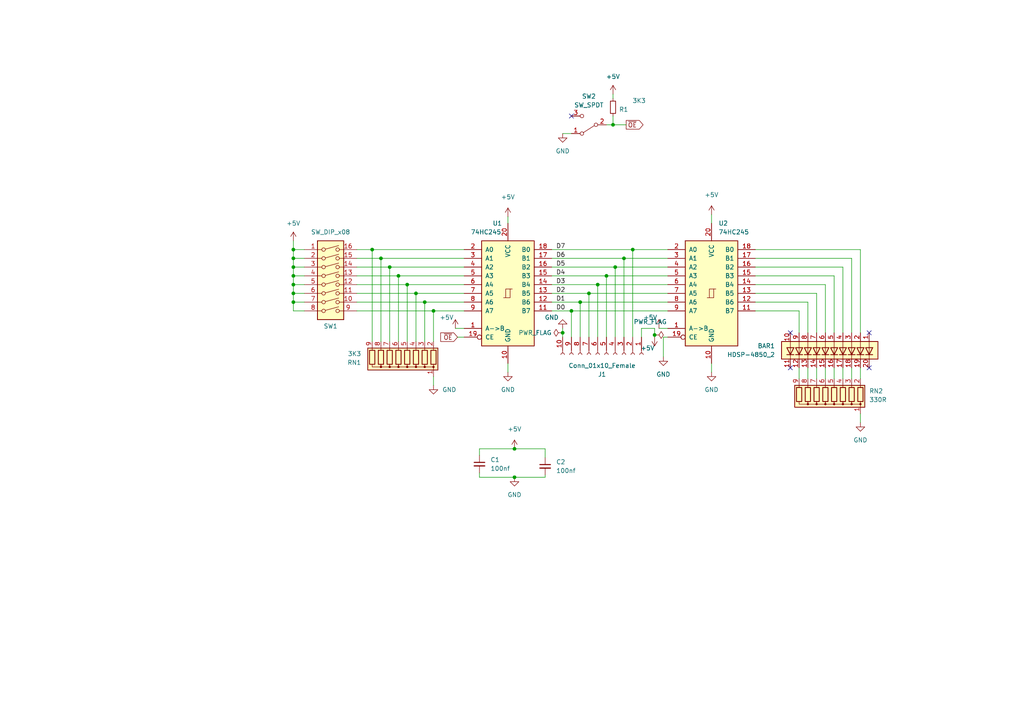
<source format=kicad_sch>
(kicad_sch (version 20211123) (generator eeschema)
  (paper "A4")
  (lib_symbols
    (symbol "74xx:74HC245" (pin_names (offset 1.016))
      (property "Reference" "U" (at -7.62 16.51 0))
      (property "Value" "74HC245" (at -7.62 -16.51 0))
      (symbol "74HC245_1_0"
        (polyline (pts (xy -0.635 -1.27) (xy -0.635 1.27) (xy 0.635 1.27)))
        (polyline (pts (xy -1.27 -1.27) (xy 0.635 -1.27) (xy 0.635 1.27) (xy 1.27 1.27)))
        (pin input line (at -12.7 -10.16 0) (length 5.08) (name "A->B") (number "1"))
        (pin power_in line (at 0 -20.32 90) (length 5.08) (name "GND") (number "10"))
        (pin tri_state line (at 12.7 -5.08 180) (length 5.08) (name "B7") (number "11"))
        (pin tri_state line (at 12.7 -2.54 180) (length 5.08) (name "B6") (number "12"))
        (pin tri_state line (at 12.7 0 180) (length 5.08) (name "B5") (number "13"))
        (pin tri_state line (at 12.7 2.54 180) (length 5.08) (name "B4") (number "14"))
        (pin tri_state line (at 12.7 5.08 180) (length 5.08) (name "B3") (number "15"))
        (pin tri_state line (at 12.7 7.62 180) (length 5.08) (name "B2") (number "16"))
        (pin tri_state line (at 12.7 10.16 180) (length 5.08) (name "B1") (number "17"))
        (pin tri_state line (at 12.7 12.7 180) (length 5.08) (name "B0") (number "18"))
        (pin input inverted (at -12.7 -12.7 0) (length 5.08) (name "CE") (number "19"))
        (pin tri_state line (at -12.7 12.7 0) (length 5.08) (name "A0") (number "2"))
        (pin power_in line (at 0 20.32 270) (length 5.08) (name "VCC") (number "20"))
        (pin tri_state line (at -12.7 10.16 0) (length 5.08) (name "A1") (number "3"))
        (pin tri_state line (at -12.7 7.62 0) (length 5.08) (name "A2") (number "4"))
        (pin tri_state line (at -12.7 5.08 0) (length 5.08) (name "A3") (number "5"))
        (pin tri_state line (at -12.7 2.54 0) (length 5.08) (name "A4") (number "6"))
        (pin tri_state line (at -12.7 0 0) (length 5.08) (name "A5") (number "7"))
        (pin tri_state line (at -12.7 -2.54 0) (length 5.08) (name "A6") (number "8"))
        (pin tri_state line (at -12.7 -5.08 0) (length 5.08) (name "A7") (number "9"))
      )
      (symbol "74HC245_1_1"
        (rectangle (start -7.62 15.24) (end 7.62 -15.24) (stroke (width 0.254)) (fill (type background)))
      )
    )
    (symbol "Connector:Conn_01x10_Female" (pin_names (offset 1.016) hide)
      (property "Reference" "J" (at 0 12.7 0))
      (property "Value" "Conn_01x10_Female" (at 0 -15.24 0))
      (symbol "Conn_01x10_Female_1_1"
        (arc (start 0 -12.192) (mid -0.508 -12.7) (end 0 -13.208) (stroke (width 0.1524)))
        (arc (start 0 -9.652) (mid -0.508 -10.16) (end 0 -10.668) (stroke (width 0.1524)))
        (arc (start 0 -7.112) (mid -0.508 -7.62) (end 0 -8.128) (stroke (width 0.1524)))
        (arc (start 0 -4.572) (mid -0.508 -5.08) (end 0 -5.588) (stroke (width 0.1524)))
        (arc (start 0 -2.032) (mid -0.508 -2.54) (end 0 -3.048) (stroke (width 0.1524)))
        (polyline (pts (xy -1.27 -12.7) (xy -0.508 -12.7)) (stroke (width 0.1524)))
        (polyline (pts (xy -1.27 -10.16) (xy -0.508 -10.16)) (stroke (width 0.1524)))
        (polyline (pts (xy -1.27 -7.62) (xy -0.508 -7.62)) (stroke (width 0.1524)))
        (polyline (pts (xy -1.27 -5.08) (xy -0.508 -5.08)) (stroke (width 0.1524)))
        (polyline (pts (xy -1.27 -2.54) (xy -0.508 -2.54)) (stroke (width 0.1524)))
        (polyline (pts (xy -1.27 0) (xy -0.508 0)) (stroke (width 0.1524)))
        (polyline (pts (xy -1.27 2.54) (xy -0.508 2.54)) (stroke (width 0.1524)))
        (polyline (pts (xy -1.27 5.08) (xy -0.508 5.08)) (stroke (width 0.1524)))
        (polyline (pts (xy -1.27 7.62) (xy -0.508 7.62)) (stroke (width 0.1524)))
        (polyline (pts (xy -1.27 10.16) (xy -0.508 10.16)) (stroke (width 0.1524)))
        (arc (start 0 0.508) (mid -0.508 0) (end 0 -0.508) (stroke (width 0.1524)))
        (arc (start 0 3.048) (mid -0.508 2.54) (end 0 2.032) (stroke (width 0.1524)))
        (arc (start 0 5.588) (mid -0.508 5.08) (end 0 4.572) (stroke (width 0.1524)))
        (arc (start 0 8.128) (mid -0.508 7.62) (end 0 7.112) (stroke (width 0.1524)))
        (arc (start 0 10.668) (mid -0.508 10.16) (end 0 9.652) (stroke (width 0.1524)))
        (pin passive line (at -5.08 10.16 0) (length 3.81) (name "Pin_1") (number "1"))
        (pin passive line (at -5.08 -12.7 0) (length 3.81) (name "Pin_10") (number "10"))
        (pin passive line (at -5.08 7.62 0) (length 3.81) (name "Pin_2") (number "2"))
        (pin passive line (at -5.08 5.08 0) (length 3.81) (name "Pin_3") (number "3"))
        (pin passive line (at -5.08 2.54 0) (length 3.81) (name "Pin_4") (number "4"))
        (pin passive line (at -5.08 0 0) (length 3.81) (name "Pin_5") (number "5"))
        (pin passive line (at -5.08 -2.54 0) (length 3.81) (name "Pin_6") (number "6"))
        (pin passive line (at -5.08 -5.08 0) (length 3.81) (name "Pin_7") (number "7"))
        (pin passive line (at -5.08 -7.62 0) (length 3.81) (name "Pin_8") (number "8"))
        (pin passive line (at -5.08 -10.16 0) (length 3.81) (name "Pin_9") (number "9"))
      )
    )
    (symbol "Device:C_Small" (pin_numbers hide) (pin_names (offset 0.254) hide)
      (property "Reference" "C" (at 0.254 1.778 0))
      (property "Value" "C_Small" (at 0.254 -2.032 0))
      (symbol "C_Small_0_1"
        (polyline (pts (xy -1.524 -0.508) (xy 1.524 -0.508)) (stroke (width 0.3302)))
        (polyline (pts (xy -1.524 0.508) (xy 1.524 0.508)) (stroke (width 0.3048)))
      )
      (symbol "C_Small_1_1"
        (pin passive line (at 0 2.54 270) (length 2.032) (name "~") (number "1"))
        (pin passive line (at 0 -2.54 90) (length 2.032) (name "~") (number "2"))
      )
    )
    (symbol "Device:R_Network08" (pin_names (offset 0) hide)
      (property "Reference" "RN" (at -12.7 0 90))
      (property "Value" "R_Network08" (at 10.16 0 90))
      (symbol "R_Network08_0_1"
        (rectangle (start -11.43 -3.175) (end 8.89 3.175) (stroke (width 0.254)) (fill (type background)))
        (rectangle (start -10.922 1.524) (end -9.398 -2.54) (stroke (width 0.254)))
        (circle (center -10.16 2.286) (radius 0.254) (fill (type outline)))
        (rectangle (start -8.382 1.524) (end -6.858 -2.54) (stroke (width 0.254)))
        (circle (center -7.62 2.286) (radius 0.254) (fill (type outline)))
        (rectangle (start -5.842 1.524) (end -4.318 -2.54) (stroke (width 0.254)))
        (circle (center -5.08 2.286) (radius 0.254) (fill (type outline)))
        (rectangle (start -3.302 1.524) (end -1.778 -2.54) (stroke (width 0.254)))
        (circle (center -2.54 2.286) (radius 0.254) (fill (type outline)))
        (rectangle (start -0.762 1.524) (end 0.762 -2.54) (stroke (width 0.254)))
        (polyline (pts (xy -10.16 -2.54) (xy -10.16 -3.81)))
        (polyline (pts (xy -7.62 -2.54) (xy -7.62 -3.81)))
        (polyline (pts (xy -5.08 -2.54) (xy -5.08 -3.81)))
        (polyline (pts (xy -2.54 -2.54) (xy -2.54 -3.81)))
        (polyline (pts (xy 0 -2.54) (xy 0 -3.81)))
        (polyline (pts (xy 2.54 -2.54) (xy 2.54 -3.81)))
        (polyline (pts (xy 5.08 -2.54) (xy 5.08 -3.81)))
        (polyline (pts (xy 7.62 -2.54) (xy 7.62 -3.81)))
        (polyline (pts (xy -10.16 1.524) (xy -10.16 2.286) (xy -7.62 2.286) (xy -7.62 1.524)))
        (polyline (pts (xy -7.62 1.524) (xy -7.62 2.286) (xy -5.08 2.286) (xy -5.08 1.524)))
        (polyline (pts (xy -5.08 1.524) (xy -5.08 2.286) (xy -2.54 2.286) (xy -2.54 1.524)))
        (polyline (pts (xy -2.54 1.524) (xy -2.54 2.286) (xy 0 2.286) (xy 0 1.524)))
        (polyline (pts (xy 0 1.524) (xy 0 2.286) (xy 2.54 2.286) (xy 2.54 1.524)))
        (polyline (pts (xy 2.54 1.524) (xy 2.54 2.286) (xy 5.08 2.286) (xy 5.08 1.524)))
        (polyline (pts (xy 5.08 1.524) (xy 5.08 2.286) (xy 7.62 2.286) (xy 7.62 1.524)))
        (circle (center 0 2.286) (radius 0.254) (fill (type outline)))
        (rectangle (start 1.778 1.524) (end 3.302 -2.54) (stroke (width 0.254)))
        (circle (center 2.54 2.286) (radius 0.254) (fill (type outline)))
        (rectangle (start 4.318 1.524) (end 5.842 -2.54) (stroke (width 0.254)))
        (circle (center 5.08 2.286) (radius 0.254) (fill (type outline)))
        (rectangle (start 6.858 1.524) (end 8.382 -2.54) (stroke (width 0.254)))
      )
      (symbol "R_Network08_1_1"
        (pin passive line (at -10.16 5.08 270) (length 2.54) (name "common") (number "1"))
        (pin passive line (at -10.16 -5.08 90) (length 1.27) (name "R1") (number "2"))
        (pin passive line (at -7.62 -5.08 90) (length 1.27) (name "R2") (number "3"))
        (pin passive line (at -5.08 -5.08 90) (length 1.27) (name "R3") (number "4"))
        (pin passive line (at -2.54 -5.08 90) (length 1.27) (name "R4") (number "5"))
        (pin passive line (at 0 -5.08 90) (length 1.27) (name "R5") (number "6"))
        (pin passive line (at 2.54 -5.08 90) (length 1.27) (name "R6") (number "7"))
        (pin passive line (at 5.08 -5.08 90) (length 1.27) (name "R7") (number "8"))
        (pin passive line (at 7.62 -5.08 90) (length 1.27) (name "R8") (number "9"))
      )
    )
    (symbol "Device:R_Small" (pin_numbers hide) (pin_names (offset 0.254) hide)
      (property "Reference" "R" (at 0.762 0.508 0))
      (property "Value" "R_Small" (at 0.762 -1.016 0))
      (symbol "R_Small_0_1"
        (rectangle (start -0.762 1.778) (end 0.762 -1.778) (stroke (width 0.2032)))
      )
      (symbol "R_Small_1_1"
        (pin passive line (at 0 2.54 270) (length 0.762) (name "~") (number "1"))
        (pin passive line (at 0 -2.54 90) (length 0.762) (name "~") (number "2"))
      )
    )
    (symbol "LED:HDSP-4850_2" (pin_names (offset 1.016) hide)
      (property "Reference" "BAR" (at 0 15.24 0))
      (property "Value" "HDSP-4850_2" (at 0 -17.78 0))
      (symbol "HDSP-4850_2_0_1"
        (rectangle (start -2.54 12.7) (end 2.54 -15.24) (stroke (width 0.254)) (fill (type background)))
        (polyline (pts (xy -2.54 -12.7) (xy 2.54 -12.7)))
        (polyline (pts (xy -2.54 -10.16) (xy 2.54 -10.16)))
        (polyline (pts (xy -2.54 -7.62) (xy 2.54 -7.62)))
        (polyline (pts (xy -2.54 -5.08) (xy 2.54 -5.08)))
        (polyline (pts (xy -2.54 0) (xy 2.54 0)))
        (polyline (pts (xy -2.54 5.08) (xy 2.54 5.08)))
        (polyline (pts (xy -2.54 7.62) (xy 2.54 7.62)))
        (polyline (pts (xy -2.54 10.16) (xy 2.54 10.16)))
        (polyline (pts (xy 1.27 -11.684) (xy 1.27 -13.716)) (stroke (width 0.254)))
        (polyline (pts (xy 1.27 -9.144) (xy 1.27 -11.176)) (stroke (width 0.254)))
        (polyline (pts (xy 1.27 -6.604) (xy 1.27 -8.636)) (stroke (width 0.254)))
        (polyline (pts (xy 1.27 -4.064) (xy 1.27 -6.096)) (stroke (width 0.254)))
        (polyline (pts (xy 1.27 -1.524) (xy 1.27 -3.556)) (stroke (width 0.254)))
        (polyline (pts (xy 1.27 1.016) (xy 1.27 -1.016)) (stroke (width 0.254)))
        (polyline (pts (xy 1.27 3.556) (xy 1.27 1.524)) (stroke (width 0.254)))
        (polyline (pts (xy 1.27 6.096) (xy 1.27 4.064)) (stroke (width 0.254)))
        (polyline (pts (xy 1.27 8.636) (xy 1.27 6.604)) (stroke (width 0.254)))
        (polyline (pts (xy 1.27 11.176) (xy 1.27 9.144)) (stroke (width 0.254)))
        (polyline (pts (xy 2.54 -2.54) (xy -2.54 -2.54)))
        (polyline (pts (xy 2.54 2.54) (xy -2.54 2.54)))
        (polyline (pts (xy -0.762 -11.684) (xy -0.762 -13.716) (xy 1.27 -12.7) (xy -0.762 -11.684)) (stroke (width 0.254)))
        (polyline (pts (xy -0.762 -9.144) (xy -0.762 -11.176) (xy 1.27 -10.16) (xy -0.762 -9.144)) (stroke (width 0.254)))
        (polyline (pts (xy -0.762 -6.604) (xy -0.762 -8.636) (xy 1.27 -7.62) (xy -0.762 -6.604)) (stroke (width 0.254)))
        (polyline (pts (xy -0.762 -4.064) (xy -0.762 -6.096) (xy 1.27 -5.08) (xy -0.762 -4.064)) (stroke (width 0.254)))
        (polyline (pts (xy -0.762 -1.524) (xy -0.762 -3.556) (xy 1.27 -2.54) (xy -0.762 -1.524)) (stroke (width 0.254)))
        (polyline (pts (xy -0.762 1.016) (xy -0.762 -1.016) (xy 1.27 0) (xy -0.762 1.016)) (stroke (width 0.254)))
        (polyline (pts (xy -0.762 3.556) (xy -0.762 1.524) (xy 1.27 2.54) (xy -0.762 3.556)) (stroke (width 0.254)))
        (polyline (pts (xy -0.762 6.096) (xy -0.762 4.064) (xy 1.27 5.08) (xy -0.762 6.096)) (stroke (width 0.254)))
        (polyline (pts (xy -0.762 8.636) (xy -0.762 6.604) (xy 1.27 7.62) (xy -0.762 8.636)) (stroke (width 0.254)))
        (polyline (pts (xy -0.762 11.176) (xy -0.762 9.144) (xy 1.27 10.16) (xy -0.762 11.176)) (stroke (width 0.254)))
      )
      (symbol "HDSP-4850_2_1_1"
        (pin passive line (at -5.08 10.16 0) (length 2.54) (name "A") (number "1"))
        (pin passive line (at -5.08 -12.7 0) (length 2.54) (name "A") (number "10"))
        (pin passive line (at 5.08 -12.7 180) (length 2.54) (name "K") (number "11"))
        (pin passive line (at 5.08 -10.16 180) (length 2.54) (name "K") (number "12"))
        (pin passive line (at 5.08 -7.62 180) (length 2.54) (name "K") (number "13"))
        (pin passive line (at 5.08 -5.08 180) (length 2.54) (name "K") (number "14"))
        (pin passive line (at 5.08 -2.54 180) (length 2.54) (name "K") (number "15"))
        (pin passive line (at 5.08 0 180) (length 2.54) (name "K") (number "16"))
        (pin passive line (at 5.08 2.54 180) (length 2.54) (name "K") (number "17"))
        (pin passive line (at 5.08 5.08 180) (length 2.54) (name "K") (number "18"))
        (pin passive line (at 5.08 7.62 180) (length 2.54) (name "K") (number "19"))
        (pin passive line (at -5.08 7.62 0) (length 2.54) (name "A") (number "2"))
        (pin passive line (at 5.08 10.16 180) (length 2.54) (name "K") (number "20"))
        (pin passive line (at -5.08 5.08 0) (length 2.54) (name "A") (number "3"))
        (pin passive line (at -5.08 2.54 0) (length 2.54) (name "A") (number "4"))
        (pin passive line (at -5.08 0 0) (length 2.54) (name "A") (number "5"))
        (pin passive line (at -5.08 -2.54 0) (length 2.54) (name "A") (number "6"))
        (pin passive line (at -5.08 -5.08 0) (length 2.54) (name "A") (number "7"))
        (pin passive line (at -5.08 -7.62 0) (length 2.54) (name "A") (number "8"))
        (pin passive line (at -5.08 -10.16 0) (length 2.54) (name "A") (number "9"))
      )
    )
    (symbol "Switch:SW_DIP_x08" (pin_names (offset 0) hide)
      (property "Reference" "SW" (at 0 13.97 0))
      (property "Value" "SW_DIP_x08" (at 0 -11.43 0))
      (symbol "SW_DIP_x08_0_0"
        (circle (center -2.032 -7.62) (radius 0.508))
        (circle (center -2.032 -5.08) (radius 0.508))
        (circle (center -2.032 -2.54) (radius 0.508))
        (circle (center -2.032 0) (radius 0.508))
        (circle (center -2.032 2.54) (radius 0.508))
        (circle (center -2.032 5.08) (radius 0.508))
        (circle (center -2.032 7.62) (radius 0.508))
        (circle (center -2.032 10.16) (radius 0.508))
        (polyline (pts (xy -1.524 -7.4676) (xy 2.3622 -6.4262)))
        (polyline (pts (xy -1.524 -4.9276) (xy 2.3622 -3.8862)))
        (polyline (pts (xy -1.524 -2.3876) (xy 2.3622 -1.3462)))
        (polyline (pts (xy -1.524 0.127) (xy 2.3622 1.1684)))
        (polyline (pts (xy -1.524 2.667) (xy 2.3622 3.7084)))
        (polyline (pts (xy -1.524 5.207) (xy 2.3622 6.2484)))
        (polyline (pts (xy -1.524 7.747) (xy 2.3622 8.7884)))
        (polyline (pts (xy -1.524 10.287) (xy 2.3622 11.3284)))
        (circle (center 2.032 -7.62) (radius 0.508))
        (circle (center 2.032 -5.08) (radius 0.508))
        (circle (center 2.032 -2.54) (radius 0.508))
        (circle (center 2.032 0) (radius 0.508))
        (circle (center 2.032 2.54) (radius 0.508))
        (circle (center 2.032 5.08) (radius 0.508))
        (circle (center 2.032 7.62) (radius 0.508))
        (circle (center 2.032 10.16) (radius 0.508))
      )
      (symbol "SW_DIP_x08_0_1"
        (rectangle (start -3.81 12.7) (end 3.81 -10.16) (stroke (width 0.254)) (fill (type background)))
      )
      (symbol "SW_DIP_x08_1_1"
        (pin passive line (at -7.62 10.16 0) (length 5.08) (name "~") (number "1"))
        (pin passive line (at 7.62 -5.08 180) (length 5.08) (name "~") (number "10"))
        (pin passive line (at 7.62 -2.54 180) (length 5.08) (name "~") (number "11"))
        (pin passive line (at 7.62 0 180) (length 5.08) (name "~") (number "12"))
        (pin passive line (at 7.62 2.54 180) (length 5.08) (name "~") (number "13"))
        (pin passive line (at 7.62 5.08 180) (length 5.08) (name "~") (number "14"))
        (pin passive line (at 7.62 7.62 180) (length 5.08) (name "~") (number "15"))
        (pin passive line (at 7.62 10.16 180) (length 5.08) (name "~") (number "16"))
        (pin passive line (at -7.62 7.62 0) (length 5.08) (name "~") (number "2"))
        (pin passive line (at -7.62 5.08 0) (length 5.08) (name "~") (number "3"))
        (pin passive line (at -7.62 2.54 0) (length 5.08) (name "~") (number "4"))
        (pin passive line (at -7.62 0 0) (length 5.08) (name "~") (number "5"))
        (pin passive line (at -7.62 -2.54 0) (length 5.08) (name "~") (number "6"))
        (pin passive line (at -7.62 -5.08 0) (length 5.08) (name "~") (number "7"))
        (pin passive line (at -7.62 -7.62 0) (length 5.08) (name "~") (number "8"))
        (pin passive line (at 7.62 -7.62 180) (length 5.08) (name "~") (number "9"))
      )
    )
    (symbol "Switch:SW_SPDT" (pin_names (offset 0) hide)
      (property "Reference" "SW" (at 0 4.318 0))
      (property "Value" "SW_SPDT" (at 0 -5.08 0))
      (symbol "SW_SPDT_0_0"
        (circle (center -2.032 0) (radius 0.508))
        (circle (center 2.032 -2.54) (radius 0.508))
      )
      (symbol "SW_SPDT_0_1"
        (polyline (pts (xy -1.524 0.254) (xy 1.651 2.286)))
        (circle (center 2.032 2.54) (radius 0.508))
      )
      (symbol "SW_SPDT_1_1"
        (pin passive line (at 5.08 2.54 180) (length 2.54) (name "A") (number "1"))
        (pin passive line (at -5.08 0 0) (length 2.54) (name "B") (number "2"))
        (pin passive line (at 5.08 -2.54 180) (length 2.54) (name "C") (number "3"))
      )
    )
    (symbol "power:+5V" (power) (pin_names (offset 0))
      (property "Value" "+5V" (at 0 3.556 0))
      (symbol "+5V_0_1"
        (polyline (pts (xy -0.762 1.27) (xy 0 2.54)))
        (polyline (pts (xy 0 0) (xy 0 2.54)))
        (polyline (pts (xy 0 2.54) (xy 0.762 1.27)))
      )
      (symbol "+5V_1_1"
        (pin power_in line (at 0 0 90) (length 0) hide (name "+5V") (number "1"))
      )
    )
    (symbol "power:GND" (power) (pin_names (offset 0))
      (property "Value" "GND" (at 0 -3.81 0))
      (symbol "GND_0_1"
        (polyline (pts (xy 0 0) (xy 0 -1.27) (xy 1.27 -1.27) (xy 0 -2.54) (xy -1.27 -1.27) (xy 0 -1.27)))
      )
      (symbol "GND_1_1"
        (pin power_in line (at 0 0 270) (length 0) hide (name "GND") (number "1"))
      )
    )
    (symbol "power:PWR_FLAG" (power) (pin_numbers hide) (pin_names (offset 0) hide)
      (property "Value" "PWR_FLAG" (at 0 3.81 0))
      (symbol "PWR_FLAG_0_0"
        (pin power_out line (at 0 0 90) (length 0) (name "pwr") (number "1"))
      )
      (symbol "PWR_FLAG_0_1"
        (polyline (pts (xy 0 0) (xy 0 1.27) (xy -1.016 1.905) (xy 0 2.54) (xy 1.016 1.905) (xy 0 1.27)))
      )
    )
  )
  (junction (at 168.275 87.63))
  (junction (at 183.515 72.39))
  (junction (at 85.09 87.63))
  (junction (at 149.225 138.43))
  (junction (at 110.49 74.93))
  (junction (at 115.57 80.01))
  (junction (at 85.09 80.01))
  (junction (at 189.865 97.155))
  (junction (at 85.09 85.09))
  (junction (at 177.8 36.195))
  (junction (at 173.355 82.55))
  (junction (at 175.895 80.01))
  (junction (at 163.195 96.52))
  (junction (at 165.735 90.17))
  (junction (at 107.95 72.39))
  (junction (at 85.09 72.39))
  (junction (at 85.09 82.55))
  (junction (at 113.03 77.47))
  (junction (at 85.09 74.93))
  (junction (at 149.225 130.175))
  (junction (at 125.73 90.17))
  (junction (at 123.19 87.63))
  (junction (at 85.09 77.47))
  (junction (at 120.65 85.09))
  (junction (at 180.975 74.93))
  (junction (at 118.11 82.55))
  (junction (at 178.435 77.47))
  (junction (at 170.815 85.09))
  (no_connect (at 229.235 106.68))
  (no_connect (at 229.235 96.52))
  (no_connect (at 252.095 106.68))
  (no_connect (at 252.095 96.52))
  (no_connect (at 165.735 33.655))
  (wire (pts (xy 85.09 77.47) (xy 85.09 74.93)))
  (wire (pts (xy 239.395 106.68) (xy 239.395 109.855)))
  (wire (pts (xy 115.57 80.01) (xy 134.62 80.01)))
  (wire (pts (xy 234.315 106.68) (xy 234.315 109.855)))
  (wire (pts (xy 139.065 132.08) (xy 139.065 130.175)))
  (wire (pts (xy 149.225 138.43) (xy 158.115 138.43)))
  (wire (pts (xy 85.09 82.55) (xy 85.09 80.01)))
  (wire (pts (xy 118.11 99.06) (xy 118.11 82.55)))
  (wire (pts (xy 107.95 99.06) (xy 107.95 72.39)))
  (wire (pts (xy 103.505 82.55) (xy 118.11 82.55)))
  (wire (pts (xy 163.195 38.735) (xy 165.735 38.735)))
  (wire (pts (xy 85.09 69.85) (xy 85.09 72.39)))
  (wire (pts (xy 85.09 90.17) (xy 85.09 87.63)))
  (wire (pts (xy 103.505 77.47) (xy 113.03 77.47)))
  (wire (pts (xy 219.075 85.09) (xy 236.855 85.09)))
  (wire (pts (xy 178.435 77.47) (xy 193.675 77.47)))
  (wire (pts (xy 139.065 138.43) (xy 149.225 138.43)))
  (wire (pts (xy 249.555 120.015) (xy 249.555 122.555)))
  (wire (pts (xy 147.32 105.41) (xy 147.32 107.95)))
  (wire (pts (xy 189.865 97.79) (xy 189.865 97.155)))
  (wire (pts (xy 103.505 87.63) (xy 123.19 87.63)))
  (wire (pts (xy 160.02 74.93) (xy 180.975 74.93)))
  (wire (pts (xy 191.135 95.25) (xy 193.675 95.25)))
  (wire (pts (xy 103.505 85.09) (xy 120.65 85.09)))
  (wire (pts (xy 160.02 80.01) (xy 175.895 80.01)))
  (wire (pts (xy 165.735 97.79) (xy 165.735 90.17)))
  (wire (pts (xy 193.675 97.79) (xy 192.405 97.79)))
  (wire (pts (xy 189.865 97.155) (xy 189.865 95.25)))
  (wire (pts (xy 177.8 28.575) (xy 177.8 27.305)))
  (wire (pts (xy 177.8 36.195) (xy 181.61 36.195)))
  (wire (pts (xy 160.02 87.63) (xy 168.275 87.63)))
  (wire (pts (xy 249.555 72.39) (xy 249.555 96.52)))
  (wire (pts (xy 123.19 99.06) (xy 123.19 87.63)))
  (wire (pts (xy 85.09 74.93) (xy 85.09 72.39)))
  (wire (pts (xy 183.515 97.79) (xy 183.515 72.39)))
  (wire (pts (xy 241.935 106.68) (xy 241.935 109.855)))
  (wire (pts (xy 113.03 99.06) (xy 113.03 77.47)))
  (wire (pts (xy 219.075 90.17) (xy 231.775 90.17)))
  (wire (pts (xy 160.02 85.09) (xy 170.815 85.09)))
  (wire (pts (xy 103.505 74.93) (xy 110.49 74.93)))
  (wire (pts (xy 118.11 82.55) (xy 134.62 82.55)))
  (wire (pts (xy 85.09 80.01) (xy 88.265 80.01)))
  (wire (pts (xy 160.02 72.39) (xy 183.515 72.39)))
  (wire (pts (xy 125.73 99.06) (xy 125.73 90.17)))
  (wire (pts (xy 175.895 36.195) (xy 177.8 36.195)))
  (wire (pts (xy 103.505 90.17) (xy 125.73 90.17)))
  (wire (pts (xy 125.73 90.17) (xy 134.62 90.17)))
  (wire (pts (xy 239.395 82.55) (xy 239.395 96.52)))
  (wire (pts (xy 120.65 99.06) (xy 120.65 85.09)))
  (wire (pts (xy 160.02 82.55) (xy 173.355 82.55)))
  (wire (pts (xy 139.065 130.175) (xy 149.225 130.175)))
  (wire (pts (xy 85.09 85.09) (xy 88.265 85.09)))
  (wire (pts (xy 186.055 95.25) (xy 186.055 97.79)))
  (wire (pts (xy 206.375 62.23) (xy 206.375 64.77)))
  (wire (pts (xy 85.09 87.63) (xy 88.265 87.63)))
  (wire (pts (xy 158.115 138.43) (xy 158.115 137.795)))
  (wire (pts (xy 168.275 97.79) (xy 168.275 87.63)))
  (wire (pts (xy 132.08 95.25) (xy 134.62 95.25)))
  (wire (pts (xy 249.555 106.68) (xy 249.555 109.855)))
  (wire (pts (xy 103.505 72.39) (xy 107.95 72.39)))
  (wire (pts (xy 107.95 72.39) (xy 134.62 72.39)))
  (wire (pts (xy 163.195 97.79) (xy 163.195 96.52)))
  (wire (pts (xy 85.09 72.39) (xy 88.265 72.39)))
  (wire (pts (xy 147.32 62.865) (xy 147.32 64.77)))
  (wire (pts (xy 189.865 95.25) (xy 186.055 95.25)))
  (wire (pts (xy 219.075 82.55) (xy 239.395 82.55)))
  (wire (pts (xy 88.265 90.17) (xy 85.09 90.17)))
  (wire (pts (xy 85.09 87.63) (xy 85.09 85.09)))
  (wire (pts (xy 170.815 85.09) (xy 193.675 85.09)))
  (wire (pts (xy 115.57 99.06) (xy 115.57 80.01)))
  (wire (pts (xy 85.09 85.09) (xy 85.09 82.55)))
  (wire (pts (xy 123.19 87.63) (xy 134.62 87.63)))
  (wire (pts (xy 178.435 97.79) (xy 178.435 77.47)))
  (wire (pts (xy 241.935 80.01) (xy 241.935 96.52)))
  (wire (pts (xy 160.02 77.47) (xy 178.435 77.47)))
  (wire (pts (xy 170.815 97.79) (xy 170.815 85.09)))
  (wire (pts (xy 85.09 74.93) (xy 88.265 74.93)))
  (wire (pts (xy 85.09 77.47) (xy 88.265 77.47)))
  (wire (pts (xy 192.405 97.79) (xy 192.405 103.505)))
  (wire (pts (xy 120.65 85.09) (xy 134.62 85.09)))
  (wire (pts (xy 132.715 97.79) (xy 134.62 97.79)))
  (wire (pts (xy 125.73 109.22) (xy 125.73 111.76)))
  (wire (pts (xy 158.115 130.175) (xy 158.115 132.715)))
  (wire (pts (xy 219.075 80.01) (xy 241.935 80.01)))
  (wire (pts (xy 219.075 77.47) (xy 244.475 77.47)))
  (wire (pts (xy 173.355 97.79) (xy 173.355 82.55)))
  (wire (pts (xy 149.225 130.175) (xy 158.115 130.175)))
  (wire (pts (xy 85.09 80.01) (xy 85.09 77.47)))
  (wire (pts (xy 219.075 72.39) (xy 249.555 72.39)))
  (wire (pts (xy 244.475 106.68) (xy 244.475 109.855)))
  (wire (pts (xy 175.895 97.79) (xy 175.895 80.01)))
  (wire (pts (xy 163.195 96.52) (xy 163.195 95.25)))
  (wire (pts (xy 219.075 87.63) (xy 234.315 87.63)))
  (wire (pts (xy 231.775 106.68) (xy 231.775 109.855)))
  (wire (pts (xy 234.315 87.63) (xy 234.315 96.52)))
  (wire (pts (xy 110.49 99.06) (xy 110.49 74.93)))
  (wire (pts (xy 236.855 106.68) (xy 236.855 109.855)))
  (wire (pts (xy 247.015 74.93) (xy 247.015 96.52)))
  (wire (pts (xy 173.355 82.55) (xy 193.675 82.55)))
  (wire (pts (xy 85.09 82.55) (xy 88.265 82.55)))
  (wire (pts (xy 177.8 36.195) (xy 177.8 33.655)))
  (wire (pts (xy 168.275 87.63) (xy 193.675 87.63)))
  (wire (pts (xy 180.975 97.79) (xy 180.975 74.93)))
  (wire (pts (xy 236.855 85.09) (xy 236.855 96.52)))
  (wire (pts (xy 160.02 90.17) (xy 165.735 90.17)))
  (wire (pts (xy 139.065 137.16) (xy 139.065 138.43)))
  (wire (pts (xy 103.505 80.01) (xy 115.57 80.01)))
  (wire (pts (xy 247.015 106.68) (xy 247.015 109.855)))
  (wire (pts (xy 231.775 90.17) (xy 231.775 96.52)))
  (wire (pts (xy 113.03 77.47) (xy 134.62 77.47)))
  (wire (pts (xy 165.735 90.17) (xy 193.675 90.17)))
  (wire (pts (xy 180.975 74.93) (xy 193.675 74.93)))
  (wire (pts (xy 244.475 77.47) (xy 244.475 96.52)))
  (wire (pts (xy 206.375 105.41) (xy 206.375 107.95)))
  (wire (pts (xy 175.895 80.01) (xy 193.675 80.01)))
  (wire (pts (xy 183.515 72.39) (xy 193.675 72.39)))
  (wire (pts (xy 219.075 74.93) (xy 247.015 74.93)))
  (wire (pts (xy 110.49 74.93) (xy 134.62 74.93)))
  (label "D4" (at 161.29 80.01 0))
  (label "D3" (at 161.29 82.55 0))
  (label "D7" (at 161.29 72.39 0))
  (label "D1" (at 161.29 87.63 0))
  (label "D5" (at 161.29 77.47 0))
  (label "D0" (at 161.29 90.17 0))
  (label "D6" (at 161.29 74.93 0))
  (label "D2" (at 161.29 85.09 0))
  (global_label "~{OE}" (shape input) (at 132.715 97.79 180) (property "Intersheet References" "${INTERSHEET_REFS}" (effects hide)))
  (global_label "~{OE}" (shape output) (at 181.61 36.195 0) (property "Intersheet References" "${INTERSHEET_REFS}" (effects hide)))
  (symbol (lib_id "power:GND") (at 147.32 107.95 0) (unit 1)
    (property "Reference" "#PWR0102" (effects hide))
    (property "Value" "GND" (at 147.32 113.03 0))
  )
  (symbol (lib_id "power:GND") (at 125.73 111.76 0) (unit 1)
    (property "Reference" "#PWR0101" (effects hide))
    (property "Value" "GND" (at 128.27 113.0299 0) (effects (justify left)))
  )
  (symbol (lib_id "Device:R_Network08") (at 115.57 104.14 180) (unit 1)
    (property "Reference" "RN1" (at 104.775 105.1561 0) (effects (justify left)))
    (property "Value" "3K3" (at 104.775 102.6161 0) (effects (justify left)))
    (property "Footprint" "Resistor_THT:R_Array_SIP9" (effects hide))
    (property "Datasheet" "http://www.vishay.com/docs/31509/csc.pdf" (effects hide))
  )
  (symbol (lib_id "power:GND") (at 192.405 103.505 0) (unit 1)
    (property "Reference" "#PWR0110" (effects hide))
    (property "Value" "GND" (at 192.405 108.585 0))
  )
  (symbol (lib_id "Device:C_Small") (at 139.065 134.62 0) (unit 1)
    (property "Reference" "C1" (at 142.24 133.3562 0) (effects (justify left)))
    (property "Value" "100nf" (at 142.24 135.8962 0) (effects (justify left)))
    (property "Footprint" "Capacitor_THT:C_Disc_D5.0mm_W2.5mm_P2.50mm" (effects hide))
  )
  (symbol (lib_id "74xx:74HC245") (at 206.375 85.09 0) (unit 1)
    (property "Reference" "U2" (at 208.3944 64.77 0) (effects (justify left)))
    (property "Value" "74HC245" (at 208.3944 67.31 0) (effects (justify left)))
    (property "Footprint" "Package_DIP:DIP-20_W7.62mm" (effects hide))
    (property "Datasheet" "http://www.ti.com/lit/gpn/sn74HC245" (effects hide))
  )
  (symbol (lib_id "power:GND") (at 149.225 138.43 0) (unit 1)
    (property "Reference" "#PWR02" (effects hide))
    (property "Value" "GND" (at 149.225 143.51 0))
  )
  (symbol (lib_id "power:PWR_FLAG") (at 189.865 97.155 270) (unit 1)
    (property "Reference" "#FLG0102" (effects hide))
    (property "Value" "PWR_FLAG" (at 188.595 93.345 90))
  )
  (symbol (lib_id "power:+5V") (at 206.375 62.23 0) (unit 1)
    (property "Reference" "#PWR0109" (effects hide))
    (property "Value" "+5V" (at 206.375 56.515 0))
  )
  (symbol (lib_id "power:PWR_FLAG") (at 163.195 96.52 90) (unit 1)
    (property "Reference" "#FLG0101" (effects hide))
    (property "Value" "PWR_FLAG" (at 160.02 96.5201 90) (effects (justify left)))
  )
  (symbol (lib_id "power:+5V") (at 147.32 62.865 0) (unit 1)
    (property "Reference" "#PWR0112" (effects hide))
    (property "Value" "+5V" (at 147.32 57.15 0))
  )
  (symbol (lib_id "power:+5V") (at 191.135 95.25 0) (unit 1)
    (property "Reference" "#PWR0108" (effects hide))
    (property "Value" "+5V" (at 188.595 92.075 0))
  )
  (symbol (lib_id "power:+5V") (at 177.8 27.305 0) (unit 1)
    (property "Reference" "#PWR0111" (effects hide))
    (property "Value" "+5V" (at 177.8 22.225 0))
  )
  (symbol (lib_id "power:+5V") (at 189.865 97.79 180) (unit 1)
    (property "Reference" "#PWR0113" (effects hide))
    (property "Value" "+5V" (at 189.865 100.965 0) (effects (justify left)))
  )
  (symbol (lib_id "LED:HDSP-4850_2") (at 241.935 101.6 270) (unit 1)
    (property "Reference" "BAR1" (at 224.79 100.3299 90) (effects (justify right)))
    (property "Value" "HDSP-4850_2" (at 224.79 102.8699 90) (effects (justify right)))
    (property "Footprint" "Display:HDSP-4850" (effects hide))
    (property "Datasheet" "https://docs.broadcom.com/docs/AV02-1798EN" (effects hide))
  )
  (symbol (lib_id "power:GND") (at 249.555 122.555 0) (unit 1)
    (property "Reference" "#PWR0107" (effects hide))
    (property "Value" "GND" (at 249.555 127.635 0))
  )
  (symbol (lib_id "power:+5V") (at 85.09 69.85 0) (unit 1)
    (property "Reference" "#PWR0104" (effects hide))
    (property "Value" "+5V" (at 85.09 64.77 0))
  )
  (symbol (lib_id "Device:R_Network08") (at 239.395 114.935 180) (unit 1)
    (property "Reference" "RN2" (at 252.095 113.4109 0) (effects (justify right)))
    (property "Value" "330R" (at 252.095 115.9509 0) (effects (justify right)))
    (property "Footprint" "Resistor_THT:R_Array_SIP9" (effects hide))
    (property "Datasheet" "http://www.vishay.com/docs/31509/csc.pdf" (effects hide))
  )
  (symbol (lib_id "power:GND") (at 163.195 38.735 0) (unit 1)
    (property "Reference" "#PWR0103" (effects hide))
    (property "Value" "GND" (at 163.195 43.815 0))
  )
  (symbol (lib_id "power:GND") (at 206.375 107.95 0) (unit 1)
    (property "Reference" "#PWR0106" (effects hide))
    (property "Value" "GND" (at 206.375 113.03 0))
  )
  (symbol (lib_id "Switch:SW_SPDT") (at 170.815 36.195 180) (unit 1)
    (property "Reference" "SW2" (at 170.815 27.94 0))
    (property "Value" "SW_SPDT" (at 170.815 30.48 0))
    (property "Footprint" "Connector_PinHeader_2.54mm:PinHeader_1x03_P2.54mm_Vertical" (effects hide))
  )
  (symbol (lib_id "power:+5V") (at 149.225 130.175 0) (unit 1)
    (property "Reference" "#PWR01" (effects hide))
    (property "Value" "+5V" (at 149.225 124.46 0))
  )
  (symbol (lib_id "Switch:SW_DIP_x08") (at 95.885 82.55 0) (unit 1)
    (property "Reference" "SW1" (at 95.885 94.615 0))
    (property "Value" "SW_DIP_x08" (at 95.885 67.31 0))
    (property "Footprint" "Button_Switch_THT:SW_DIP_SPSTx08_Slide_9.78x22.5mm_W7.62mm_P2.54mm" (effects hide))
  )
  (symbol (lib_id "74xx:74HC245") (at 147.32 85.09 0) (unit 1)
    (property "Reference" "U1" (at 142.875 64.77 0) (effects (justify left)))
    (property "Value" "74HC245" (at 136.525 67.31 0) (effects (justify left)))
    (property "Footprint" "Package_DIP:DIP-20_W7.62mm" (effects hide))
    (property "Datasheet" "http://www.ti.com/lit/gpn/sn74HC245" (effects hide))
  )
  (symbol (lib_id "Connector:Conn_01x10_Female") (at 175.895 102.87 270) (unit 1)
    (property "Reference" "J1" (at 174.625 108.585 90))
    (property "Value" "Conn_01x10_Female" (at 174.625 106.045 90))
    (property "Footprint" "Connector_PinSocket_2.54mm:PinSocket_1x10_P2.54mm_Vertical" (effects hide))
  )
  (symbol (lib_id "Device:R_Small") (at 177.8 31.115 180) (unit 1)
    (property "Reference" "R1" (at 182.245 31.75 0) (effects (justify left)))
    (property "Value" "3K3" (at 187.325 29.21 0) (effects (justify left)))
    (property "Footprint" "Resistor_THT:R_Axial_DIN0207_L6.3mm_D2.5mm_P7.62mm_Horizontal" (effects hide))
  )
  (symbol (lib_id "power:GND") (at 163.195 95.25 180) (unit 1)
    (property "Reference" "#PWR0114" (effects hide))
    (property "Value" "GND" (at 160.02 92.075 0))
  )
  (symbol (lib_id "Device:C_Small") (at 158.115 135.255 0) (unit 1)
    (property "Reference" "C2" (at 161.29 133.9912 0) (effects (justify left)))
    (property "Value" "100nf" (at 161.29 136.5312 0) (effects (justify left)))
    (property "Footprint" "Capacitor_THT:C_Disc_D5.0mm_W2.5mm_P2.50mm" (effects hide))
  )
  (symbol (lib_id "power:+5V") (at 132.08 95.25 0) (unit 1)
    (property "Reference" "#PWR0105" (effects hide))
    (property "Value" "+5V" (at 129.54 92.075 0))
  )
)
</source>
